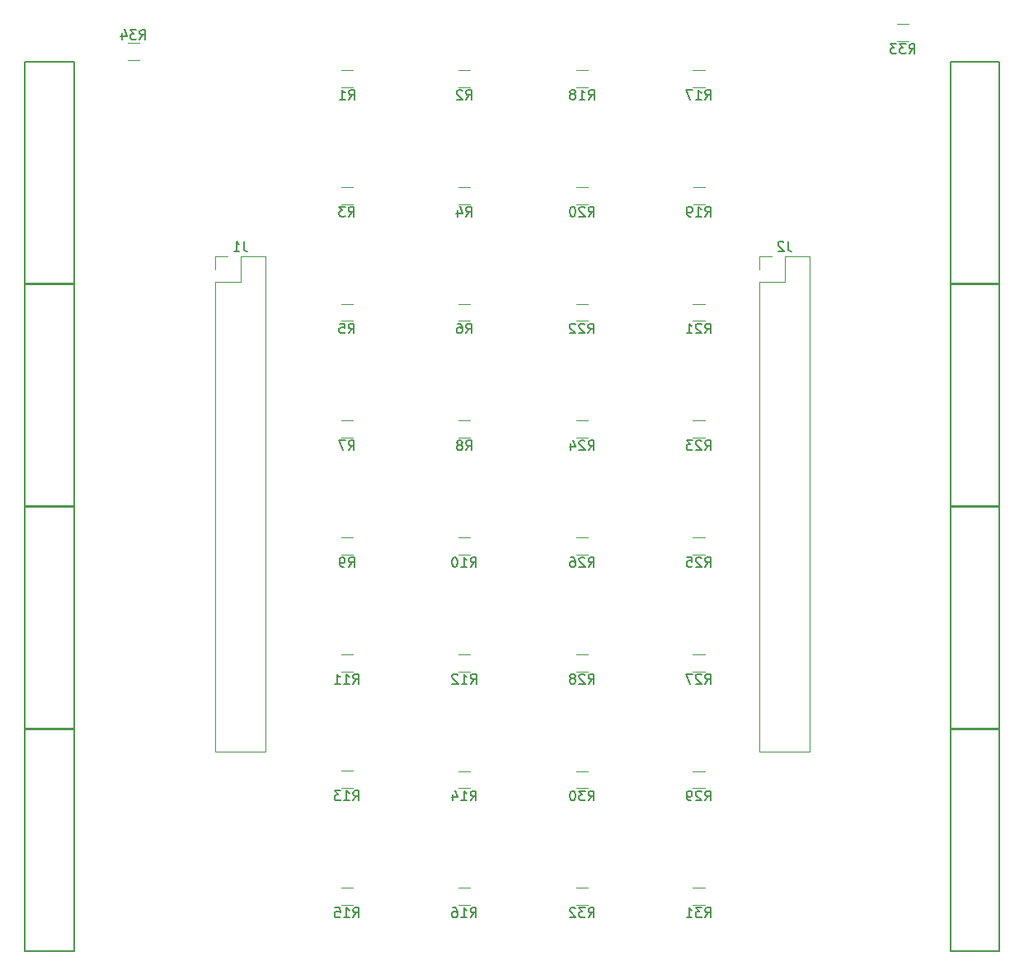
<source format=gbo>
G04 #@! TF.FileFunction,Legend,Bot*
%FSLAX46Y46*%
G04 Gerber Fmt 4.6, Leading zero omitted, Abs format (unit mm)*
G04 Created by KiCad (PCBNEW 4.0.7) date 02/16/18 20:59:03*
%MOMM*%
%LPD*%
G01*
G04 APERTURE LIST*
%ADD10C,0.100000*%
%ADD11C,0.120000*%
%ADD12C,0.150000*%
G04 APERTURE END LIST*
D10*
D11*
X165660000Y-28670000D02*
X164460000Y-28670000D01*
X164460000Y-30430000D02*
X165660000Y-30430000D01*
X177690000Y-28670000D02*
X176490000Y-28670000D01*
X176490000Y-30430000D02*
X177690000Y-30430000D01*
X165630000Y-40680000D02*
X164430000Y-40680000D01*
X164430000Y-42440000D02*
X165630000Y-42440000D01*
X177690000Y-40680000D02*
X176490000Y-40680000D01*
X176490000Y-42440000D02*
X177690000Y-42440000D01*
X165630000Y-52680000D02*
X164430000Y-52680000D01*
X164430000Y-54440000D02*
X165630000Y-54440000D01*
X177690000Y-52680000D02*
X176490000Y-52680000D01*
X176490000Y-54440000D02*
X177690000Y-54440000D01*
X165630000Y-64680000D02*
X164430000Y-64680000D01*
X164430000Y-66440000D02*
X165630000Y-66440000D01*
X177700000Y-64690000D02*
X176500000Y-64690000D01*
X176500000Y-66450000D02*
X177700000Y-66450000D01*
X165650000Y-76680000D02*
X164450000Y-76680000D01*
X164450000Y-78440000D02*
X165650000Y-78440000D01*
X177690000Y-76680000D02*
X176490000Y-76680000D01*
X176490000Y-78440000D02*
X177690000Y-78440000D01*
X165630000Y-88680000D02*
X164430000Y-88680000D01*
X164430000Y-90440000D02*
X165630000Y-90440000D01*
X177700000Y-88680000D02*
X176500000Y-88680000D01*
X176500000Y-90440000D02*
X177700000Y-90440000D01*
X165630000Y-100670000D02*
X164430000Y-100670000D01*
X164430000Y-102430000D02*
X165630000Y-102430000D01*
X177690000Y-100680000D02*
X176490000Y-100680000D01*
X176490000Y-102440000D02*
X177690000Y-102440000D01*
X165630000Y-112680000D02*
X164430000Y-112680000D01*
X164430000Y-114440000D02*
X165630000Y-114440000D01*
X177680000Y-112680000D02*
X176480000Y-112680000D01*
X176480000Y-114440000D02*
X177680000Y-114440000D01*
X201770000Y-28680000D02*
X200570000Y-28680000D01*
X200570000Y-30440000D02*
X201770000Y-30440000D01*
X189800000Y-28670000D02*
X188600000Y-28670000D01*
X188600000Y-30430000D02*
X189800000Y-30430000D01*
X201780000Y-40670000D02*
X200580000Y-40670000D01*
X200580000Y-42430000D02*
X201780000Y-42430000D01*
X189790000Y-40680000D02*
X188590000Y-40680000D01*
X188590000Y-42440000D02*
X189790000Y-42440000D01*
X201770000Y-52680000D02*
X200570000Y-52680000D01*
X200570000Y-54440000D02*
X201770000Y-54440000D01*
X189770000Y-52680000D02*
X188570000Y-52680000D01*
X188570000Y-54440000D02*
X189770000Y-54440000D01*
X201770000Y-64680000D02*
X200570000Y-64680000D01*
X200570000Y-66440000D02*
X201770000Y-66440000D01*
X189790000Y-64680000D02*
X188590000Y-64680000D01*
X188590000Y-66440000D02*
X189790000Y-66440000D01*
X201770000Y-76670000D02*
X200570000Y-76670000D01*
X200570000Y-78430000D02*
X201770000Y-78430000D01*
X189790000Y-76680000D02*
X188590000Y-76680000D01*
X188590000Y-78440000D02*
X189790000Y-78440000D01*
X201770000Y-88680000D02*
X200570000Y-88680000D01*
X200570000Y-90440000D02*
X201770000Y-90440000D01*
X189790000Y-88680000D02*
X188590000Y-88680000D01*
X188590000Y-90440000D02*
X189790000Y-90440000D01*
X201770000Y-100680000D02*
X200570000Y-100680000D01*
X200570000Y-102440000D02*
X201770000Y-102440000D01*
X189790000Y-100680000D02*
X188590000Y-100680000D01*
X188590000Y-102440000D02*
X189790000Y-102440000D01*
X201770000Y-112680000D02*
X200570000Y-112680000D01*
X200570000Y-114440000D02*
X201770000Y-114440000D01*
X189790000Y-112680000D02*
X188590000Y-112680000D01*
X188590000Y-114440000D02*
X189790000Y-114440000D01*
X151500000Y-50400000D02*
X151500000Y-98720000D01*
X151500000Y-98720000D02*
X156700000Y-98720000D01*
X156700000Y-98720000D02*
X156700000Y-47800000D01*
X156700000Y-47800000D02*
X154100000Y-47800000D01*
X154100000Y-47800000D02*
X154100000Y-50400000D01*
X154100000Y-50400000D02*
X151500000Y-50400000D01*
X151500000Y-49130000D02*
X151500000Y-47800000D01*
X151500000Y-47800000D02*
X152770000Y-47800000D01*
X207380000Y-50400000D02*
X207380000Y-98720000D01*
X207380000Y-98720000D02*
X212580000Y-98720000D01*
X212580000Y-98720000D02*
X212580000Y-47800000D01*
X212580000Y-47800000D02*
X209980000Y-47800000D01*
X209980000Y-47800000D02*
X209980000Y-50400000D01*
X209980000Y-50400000D02*
X207380000Y-50400000D01*
X207380000Y-49130000D02*
X207380000Y-47800000D01*
X207380000Y-47800000D02*
X208650000Y-47800000D01*
D12*
X131990000Y-29180000D02*
X131990000Y-27780000D01*
X136990000Y-49180000D02*
X136990000Y-50580000D01*
X136990000Y-50580000D02*
X131990000Y-50580000D01*
X131990000Y-50580000D02*
X131990000Y-48780000D01*
X136990000Y-27780000D02*
X131990000Y-27780000D01*
X136990000Y-27780000D02*
X136990000Y-49180000D01*
X131990000Y-29154600D02*
X131990000Y-48154600D01*
X131990000Y-48154600D02*
X131990000Y-49154600D01*
X131990000Y-52040000D02*
X131990000Y-50640000D01*
X136990000Y-72040000D02*
X136990000Y-73440000D01*
X136990000Y-73440000D02*
X131990000Y-73440000D01*
X131990000Y-73440000D02*
X131990000Y-71640000D01*
X136990000Y-50640000D02*
X131990000Y-50640000D01*
X136990000Y-50640000D02*
X136990000Y-72040000D01*
X131990000Y-52014600D02*
X131990000Y-71014600D01*
X131990000Y-71014600D02*
X131990000Y-72014600D01*
X131990000Y-74900000D02*
X131990000Y-73500000D01*
X136990000Y-94900000D02*
X136990000Y-96300000D01*
X136990000Y-96300000D02*
X131990000Y-96300000D01*
X131990000Y-96300000D02*
X131990000Y-94500000D01*
X136990000Y-73500000D02*
X131990000Y-73500000D01*
X136990000Y-73500000D02*
X136990000Y-94900000D01*
X131990000Y-74874600D02*
X131990000Y-93874600D01*
X131990000Y-93874600D02*
X131990000Y-94874600D01*
X131990000Y-97760000D02*
X131990000Y-96360000D01*
X136990000Y-117760000D02*
X136990000Y-119160000D01*
X136990000Y-119160000D02*
X131990000Y-119160000D01*
X131990000Y-119160000D02*
X131990000Y-117360000D01*
X136990000Y-96360000D02*
X131990000Y-96360000D01*
X136990000Y-96360000D02*
X136990000Y-117760000D01*
X131990000Y-97734600D02*
X131990000Y-116734600D01*
X131990000Y-116734600D02*
X131990000Y-117734600D01*
X232030000Y-49190000D02*
X232030000Y-50590000D01*
X227030000Y-29190000D02*
X227030000Y-27790000D01*
X227030000Y-27790000D02*
X232030000Y-27790000D01*
X232030000Y-27790000D02*
X232030000Y-29590000D01*
X227030000Y-50590000D02*
X232030000Y-50590000D01*
X227030000Y-50590000D02*
X227030000Y-29190000D01*
X232030000Y-49215400D02*
X232030000Y-30215400D01*
X232030000Y-30215400D02*
X232030000Y-29215400D01*
X232030000Y-72050000D02*
X232030000Y-73450000D01*
X227030000Y-52050000D02*
X227030000Y-50650000D01*
X227030000Y-50650000D02*
X232030000Y-50650000D01*
X232030000Y-50650000D02*
X232030000Y-52450000D01*
X227030000Y-73450000D02*
X232030000Y-73450000D01*
X227030000Y-73450000D02*
X227030000Y-52050000D01*
X232030000Y-72075400D02*
X232030000Y-53075400D01*
X232030000Y-53075400D02*
X232030000Y-52075400D01*
X232030000Y-94910000D02*
X232030000Y-96310000D01*
X227030000Y-74910000D02*
X227030000Y-73510000D01*
X227030000Y-73510000D02*
X232030000Y-73510000D01*
X232030000Y-73510000D02*
X232030000Y-75310000D01*
X227030000Y-96310000D02*
X232030000Y-96310000D01*
X227030000Y-96310000D02*
X227030000Y-74910000D01*
X232030000Y-94935400D02*
X232030000Y-75935400D01*
X232030000Y-75935400D02*
X232030000Y-74935400D01*
X232030000Y-117770000D02*
X232030000Y-119170000D01*
X227030000Y-97770000D02*
X227030000Y-96370000D01*
X227030000Y-96370000D02*
X232030000Y-96370000D01*
X232030000Y-96370000D02*
X232030000Y-98170000D01*
X227030000Y-119170000D02*
X232030000Y-119170000D01*
X227030000Y-119170000D02*
X227030000Y-97770000D01*
X232030000Y-117795400D02*
X232030000Y-98795400D01*
X232030000Y-98795400D02*
X232030000Y-97795400D01*
D11*
X222720000Y-23930000D02*
X221520000Y-23930000D01*
X221520000Y-25690000D02*
X222720000Y-25690000D01*
X142510000Y-27650000D02*
X143710000Y-27650000D01*
X143710000Y-25890000D02*
X142510000Y-25890000D01*
D12*
X165226666Y-31702381D02*
X165560000Y-31226190D01*
X165798095Y-31702381D02*
X165798095Y-30702381D01*
X165417142Y-30702381D01*
X165321904Y-30750000D01*
X165274285Y-30797619D01*
X165226666Y-30892857D01*
X165226666Y-31035714D01*
X165274285Y-31130952D01*
X165321904Y-31178571D01*
X165417142Y-31226190D01*
X165798095Y-31226190D01*
X164274285Y-31702381D02*
X164845714Y-31702381D01*
X164560000Y-31702381D02*
X164560000Y-30702381D01*
X164655238Y-30845238D01*
X164750476Y-30940476D01*
X164845714Y-30988095D01*
X177256666Y-31702381D02*
X177590000Y-31226190D01*
X177828095Y-31702381D02*
X177828095Y-30702381D01*
X177447142Y-30702381D01*
X177351904Y-30750000D01*
X177304285Y-30797619D01*
X177256666Y-30892857D01*
X177256666Y-31035714D01*
X177304285Y-31130952D01*
X177351904Y-31178571D01*
X177447142Y-31226190D01*
X177828095Y-31226190D01*
X176875714Y-30797619D02*
X176828095Y-30750000D01*
X176732857Y-30702381D01*
X176494761Y-30702381D01*
X176399523Y-30750000D01*
X176351904Y-30797619D01*
X176304285Y-30892857D01*
X176304285Y-30988095D01*
X176351904Y-31130952D01*
X176923333Y-31702381D01*
X176304285Y-31702381D01*
X165196666Y-43712381D02*
X165530000Y-43236190D01*
X165768095Y-43712381D02*
X165768095Y-42712381D01*
X165387142Y-42712381D01*
X165291904Y-42760000D01*
X165244285Y-42807619D01*
X165196666Y-42902857D01*
X165196666Y-43045714D01*
X165244285Y-43140952D01*
X165291904Y-43188571D01*
X165387142Y-43236190D01*
X165768095Y-43236190D01*
X164863333Y-42712381D02*
X164244285Y-42712381D01*
X164577619Y-43093333D01*
X164434761Y-43093333D01*
X164339523Y-43140952D01*
X164291904Y-43188571D01*
X164244285Y-43283810D01*
X164244285Y-43521905D01*
X164291904Y-43617143D01*
X164339523Y-43664762D01*
X164434761Y-43712381D01*
X164720476Y-43712381D01*
X164815714Y-43664762D01*
X164863333Y-43617143D01*
X177256666Y-43712381D02*
X177590000Y-43236190D01*
X177828095Y-43712381D02*
X177828095Y-42712381D01*
X177447142Y-42712381D01*
X177351904Y-42760000D01*
X177304285Y-42807619D01*
X177256666Y-42902857D01*
X177256666Y-43045714D01*
X177304285Y-43140952D01*
X177351904Y-43188571D01*
X177447142Y-43236190D01*
X177828095Y-43236190D01*
X176399523Y-43045714D02*
X176399523Y-43712381D01*
X176637619Y-42664762D02*
X176875714Y-43379048D01*
X176256666Y-43379048D01*
X165196666Y-55712381D02*
X165530000Y-55236190D01*
X165768095Y-55712381D02*
X165768095Y-54712381D01*
X165387142Y-54712381D01*
X165291904Y-54760000D01*
X165244285Y-54807619D01*
X165196666Y-54902857D01*
X165196666Y-55045714D01*
X165244285Y-55140952D01*
X165291904Y-55188571D01*
X165387142Y-55236190D01*
X165768095Y-55236190D01*
X164291904Y-54712381D02*
X164768095Y-54712381D01*
X164815714Y-55188571D01*
X164768095Y-55140952D01*
X164672857Y-55093333D01*
X164434761Y-55093333D01*
X164339523Y-55140952D01*
X164291904Y-55188571D01*
X164244285Y-55283810D01*
X164244285Y-55521905D01*
X164291904Y-55617143D01*
X164339523Y-55664762D01*
X164434761Y-55712381D01*
X164672857Y-55712381D01*
X164768095Y-55664762D01*
X164815714Y-55617143D01*
X177256666Y-55712381D02*
X177590000Y-55236190D01*
X177828095Y-55712381D02*
X177828095Y-54712381D01*
X177447142Y-54712381D01*
X177351904Y-54760000D01*
X177304285Y-54807619D01*
X177256666Y-54902857D01*
X177256666Y-55045714D01*
X177304285Y-55140952D01*
X177351904Y-55188571D01*
X177447142Y-55236190D01*
X177828095Y-55236190D01*
X176399523Y-54712381D02*
X176590000Y-54712381D01*
X176685238Y-54760000D01*
X176732857Y-54807619D01*
X176828095Y-54950476D01*
X176875714Y-55140952D01*
X176875714Y-55521905D01*
X176828095Y-55617143D01*
X176780476Y-55664762D01*
X176685238Y-55712381D01*
X176494761Y-55712381D01*
X176399523Y-55664762D01*
X176351904Y-55617143D01*
X176304285Y-55521905D01*
X176304285Y-55283810D01*
X176351904Y-55188571D01*
X176399523Y-55140952D01*
X176494761Y-55093333D01*
X176685238Y-55093333D01*
X176780476Y-55140952D01*
X176828095Y-55188571D01*
X176875714Y-55283810D01*
X165196666Y-67712381D02*
X165530000Y-67236190D01*
X165768095Y-67712381D02*
X165768095Y-66712381D01*
X165387142Y-66712381D01*
X165291904Y-66760000D01*
X165244285Y-66807619D01*
X165196666Y-66902857D01*
X165196666Y-67045714D01*
X165244285Y-67140952D01*
X165291904Y-67188571D01*
X165387142Y-67236190D01*
X165768095Y-67236190D01*
X164863333Y-66712381D02*
X164196666Y-66712381D01*
X164625238Y-67712381D01*
X177266666Y-67722381D02*
X177600000Y-67246190D01*
X177838095Y-67722381D02*
X177838095Y-66722381D01*
X177457142Y-66722381D01*
X177361904Y-66770000D01*
X177314285Y-66817619D01*
X177266666Y-66912857D01*
X177266666Y-67055714D01*
X177314285Y-67150952D01*
X177361904Y-67198571D01*
X177457142Y-67246190D01*
X177838095Y-67246190D01*
X176695238Y-67150952D02*
X176790476Y-67103333D01*
X176838095Y-67055714D01*
X176885714Y-66960476D01*
X176885714Y-66912857D01*
X176838095Y-66817619D01*
X176790476Y-66770000D01*
X176695238Y-66722381D01*
X176504761Y-66722381D01*
X176409523Y-66770000D01*
X176361904Y-66817619D01*
X176314285Y-66912857D01*
X176314285Y-66960476D01*
X176361904Y-67055714D01*
X176409523Y-67103333D01*
X176504761Y-67150952D01*
X176695238Y-67150952D01*
X176790476Y-67198571D01*
X176838095Y-67246190D01*
X176885714Y-67341429D01*
X176885714Y-67531905D01*
X176838095Y-67627143D01*
X176790476Y-67674762D01*
X176695238Y-67722381D01*
X176504761Y-67722381D01*
X176409523Y-67674762D01*
X176361904Y-67627143D01*
X176314285Y-67531905D01*
X176314285Y-67341429D01*
X176361904Y-67246190D01*
X176409523Y-67198571D01*
X176504761Y-67150952D01*
X165216666Y-79712381D02*
X165550000Y-79236190D01*
X165788095Y-79712381D02*
X165788095Y-78712381D01*
X165407142Y-78712381D01*
X165311904Y-78760000D01*
X165264285Y-78807619D01*
X165216666Y-78902857D01*
X165216666Y-79045714D01*
X165264285Y-79140952D01*
X165311904Y-79188571D01*
X165407142Y-79236190D01*
X165788095Y-79236190D01*
X164740476Y-79712381D02*
X164550000Y-79712381D01*
X164454761Y-79664762D01*
X164407142Y-79617143D01*
X164311904Y-79474286D01*
X164264285Y-79283810D01*
X164264285Y-78902857D01*
X164311904Y-78807619D01*
X164359523Y-78760000D01*
X164454761Y-78712381D01*
X164645238Y-78712381D01*
X164740476Y-78760000D01*
X164788095Y-78807619D01*
X164835714Y-78902857D01*
X164835714Y-79140952D01*
X164788095Y-79236190D01*
X164740476Y-79283810D01*
X164645238Y-79331429D01*
X164454761Y-79331429D01*
X164359523Y-79283810D01*
X164311904Y-79236190D01*
X164264285Y-79140952D01*
X177732857Y-79712381D02*
X178066191Y-79236190D01*
X178304286Y-79712381D02*
X178304286Y-78712381D01*
X177923333Y-78712381D01*
X177828095Y-78760000D01*
X177780476Y-78807619D01*
X177732857Y-78902857D01*
X177732857Y-79045714D01*
X177780476Y-79140952D01*
X177828095Y-79188571D01*
X177923333Y-79236190D01*
X178304286Y-79236190D01*
X176780476Y-79712381D02*
X177351905Y-79712381D01*
X177066191Y-79712381D02*
X177066191Y-78712381D01*
X177161429Y-78855238D01*
X177256667Y-78950476D01*
X177351905Y-78998095D01*
X176161429Y-78712381D02*
X176066190Y-78712381D01*
X175970952Y-78760000D01*
X175923333Y-78807619D01*
X175875714Y-78902857D01*
X175828095Y-79093333D01*
X175828095Y-79331429D01*
X175875714Y-79521905D01*
X175923333Y-79617143D01*
X175970952Y-79664762D01*
X176066190Y-79712381D01*
X176161429Y-79712381D01*
X176256667Y-79664762D01*
X176304286Y-79617143D01*
X176351905Y-79521905D01*
X176399524Y-79331429D01*
X176399524Y-79093333D01*
X176351905Y-78902857D01*
X176304286Y-78807619D01*
X176256667Y-78760000D01*
X176161429Y-78712381D01*
X165672857Y-91712381D02*
X166006191Y-91236190D01*
X166244286Y-91712381D02*
X166244286Y-90712381D01*
X165863333Y-90712381D01*
X165768095Y-90760000D01*
X165720476Y-90807619D01*
X165672857Y-90902857D01*
X165672857Y-91045714D01*
X165720476Y-91140952D01*
X165768095Y-91188571D01*
X165863333Y-91236190D01*
X166244286Y-91236190D01*
X164720476Y-91712381D02*
X165291905Y-91712381D01*
X165006191Y-91712381D02*
X165006191Y-90712381D01*
X165101429Y-90855238D01*
X165196667Y-90950476D01*
X165291905Y-90998095D01*
X163768095Y-91712381D02*
X164339524Y-91712381D01*
X164053810Y-91712381D02*
X164053810Y-90712381D01*
X164149048Y-90855238D01*
X164244286Y-90950476D01*
X164339524Y-90998095D01*
X177742857Y-91712381D02*
X178076191Y-91236190D01*
X178314286Y-91712381D02*
X178314286Y-90712381D01*
X177933333Y-90712381D01*
X177838095Y-90760000D01*
X177790476Y-90807619D01*
X177742857Y-90902857D01*
X177742857Y-91045714D01*
X177790476Y-91140952D01*
X177838095Y-91188571D01*
X177933333Y-91236190D01*
X178314286Y-91236190D01*
X176790476Y-91712381D02*
X177361905Y-91712381D01*
X177076191Y-91712381D02*
X177076191Y-90712381D01*
X177171429Y-90855238D01*
X177266667Y-90950476D01*
X177361905Y-90998095D01*
X176409524Y-90807619D02*
X176361905Y-90760000D01*
X176266667Y-90712381D01*
X176028571Y-90712381D01*
X175933333Y-90760000D01*
X175885714Y-90807619D01*
X175838095Y-90902857D01*
X175838095Y-90998095D01*
X175885714Y-91140952D01*
X176457143Y-91712381D01*
X175838095Y-91712381D01*
X165672857Y-103702381D02*
X166006191Y-103226190D01*
X166244286Y-103702381D02*
X166244286Y-102702381D01*
X165863333Y-102702381D01*
X165768095Y-102750000D01*
X165720476Y-102797619D01*
X165672857Y-102892857D01*
X165672857Y-103035714D01*
X165720476Y-103130952D01*
X165768095Y-103178571D01*
X165863333Y-103226190D01*
X166244286Y-103226190D01*
X164720476Y-103702381D02*
X165291905Y-103702381D01*
X165006191Y-103702381D02*
X165006191Y-102702381D01*
X165101429Y-102845238D01*
X165196667Y-102940476D01*
X165291905Y-102988095D01*
X164387143Y-102702381D02*
X163768095Y-102702381D01*
X164101429Y-103083333D01*
X163958571Y-103083333D01*
X163863333Y-103130952D01*
X163815714Y-103178571D01*
X163768095Y-103273810D01*
X163768095Y-103511905D01*
X163815714Y-103607143D01*
X163863333Y-103654762D01*
X163958571Y-103702381D01*
X164244286Y-103702381D01*
X164339524Y-103654762D01*
X164387143Y-103607143D01*
X177732857Y-103712381D02*
X178066191Y-103236190D01*
X178304286Y-103712381D02*
X178304286Y-102712381D01*
X177923333Y-102712381D01*
X177828095Y-102760000D01*
X177780476Y-102807619D01*
X177732857Y-102902857D01*
X177732857Y-103045714D01*
X177780476Y-103140952D01*
X177828095Y-103188571D01*
X177923333Y-103236190D01*
X178304286Y-103236190D01*
X176780476Y-103712381D02*
X177351905Y-103712381D01*
X177066191Y-103712381D02*
X177066191Y-102712381D01*
X177161429Y-102855238D01*
X177256667Y-102950476D01*
X177351905Y-102998095D01*
X175923333Y-103045714D02*
X175923333Y-103712381D01*
X176161429Y-102664762D02*
X176399524Y-103379048D01*
X175780476Y-103379048D01*
X165672857Y-115712381D02*
X166006191Y-115236190D01*
X166244286Y-115712381D02*
X166244286Y-114712381D01*
X165863333Y-114712381D01*
X165768095Y-114760000D01*
X165720476Y-114807619D01*
X165672857Y-114902857D01*
X165672857Y-115045714D01*
X165720476Y-115140952D01*
X165768095Y-115188571D01*
X165863333Y-115236190D01*
X166244286Y-115236190D01*
X164720476Y-115712381D02*
X165291905Y-115712381D01*
X165006191Y-115712381D02*
X165006191Y-114712381D01*
X165101429Y-114855238D01*
X165196667Y-114950476D01*
X165291905Y-114998095D01*
X163815714Y-114712381D02*
X164291905Y-114712381D01*
X164339524Y-115188571D01*
X164291905Y-115140952D01*
X164196667Y-115093333D01*
X163958571Y-115093333D01*
X163863333Y-115140952D01*
X163815714Y-115188571D01*
X163768095Y-115283810D01*
X163768095Y-115521905D01*
X163815714Y-115617143D01*
X163863333Y-115664762D01*
X163958571Y-115712381D01*
X164196667Y-115712381D01*
X164291905Y-115664762D01*
X164339524Y-115617143D01*
X177722857Y-115712381D02*
X178056191Y-115236190D01*
X178294286Y-115712381D02*
X178294286Y-114712381D01*
X177913333Y-114712381D01*
X177818095Y-114760000D01*
X177770476Y-114807619D01*
X177722857Y-114902857D01*
X177722857Y-115045714D01*
X177770476Y-115140952D01*
X177818095Y-115188571D01*
X177913333Y-115236190D01*
X178294286Y-115236190D01*
X176770476Y-115712381D02*
X177341905Y-115712381D01*
X177056191Y-115712381D02*
X177056191Y-114712381D01*
X177151429Y-114855238D01*
X177246667Y-114950476D01*
X177341905Y-114998095D01*
X175913333Y-114712381D02*
X176103810Y-114712381D01*
X176199048Y-114760000D01*
X176246667Y-114807619D01*
X176341905Y-114950476D01*
X176389524Y-115140952D01*
X176389524Y-115521905D01*
X176341905Y-115617143D01*
X176294286Y-115664762D01*
X176199048Y-115712381D01*
X176008571Y-115712381D01*
X175913333Y-115664762D01*
X175865714Y-115617143D01*
X175818095Y-115521905D01*
X175818095Y-115283810D01*
X175865714Y-115188571D01*
X175913333Y-115140952D01*
X176008571Y-115093333D01*
X176199048Y-115093333D01*
X176294286Y-115140952D01*
X176341905Y-115188571D01*
X176389524Y-115283810D01*
X201812857Y-31712381D02*
X202146191Y-31236190D01*
X202384286Y-31712381D02*
X202384286Y-30712381D01*
X202003333Y-30712381D01*
X201908095Y-30760000D01*
X201860476Y-30807619D01*
X201812857Y-30902857D01*
X201812857Y-31045714D01*
X201860476Y-31140952D01*
X201908095Y-31188571D01*
X202003333Y-31236190D01*
X202384286Y-31236190D01*
X200860476Y-31712381D02*
X201431905Y-31712381D01*
X201146191Y-31712381D02*
X201146191Y-30712381D01*
X201241429Y-30855238D01*
X201336667Y-30950476D01*
X201431905Y-30998095D01*
X200527143Y-30712381D02*
X199860476Y-30712381D01*
X200289048Y-31712381D01*
X189842857Y-31702381D02*
X190176191Y-31226190D01*
X190414286Y-31702381D02*
X190414286Y-30702381D01*
X190033333Y-30702381D01*
X189938095Y-30750000D01*
X189890476Y-30797619D01*
X189842857Y-30892857D01*
X189842857Y-31035714D01*
X189890476Y-31130952D01*
X189938095Y-31178571D01*
X190033333Y-31226190D01*
X190414286Y-31226190D01*
X188890476Y-31702381D02*
X189461905Y-31702381D01*
X189176191Y-31702381D02*
X189176191Y-30702381D01*
X189271429Y-30845238D01*
X189366667Y-30940476D01*
X189461905Y-30988095D01*
X188319048Y-31130952D02*
X188414286Y-31083333D01*
X188461905Y-31035714D01*
X188509524Y-30940476D01*
X188509524Y-30892857D01*
X188461905Y-30797619D01*
X188414286Y-30750000D01*
X188319048Y-30702381D01*
X188128571Y-30702381D01*
X188033333Y-30750000D01*
X187985714Y-30797619D01*
X187938095Y-30892857D01*
X187938095Y-30940476D01*
X187985714Y-31035714D01*
X188033333Y-31083333D01*
X188128571Y-31130952D01*
X188319048Y-31130952D01*
X188414286Y-31178571D01*
X188461905Y-31226190D01*
X188509524Y-31321429D01*
X188509524Y-31511905D01*
X188461905Y-31607143D01*
X188414286Y-31654762D01*
X188319048Y-31702381D01*
X188128571Y-31702381D01*
X188033333Y-31654762D01*
X187985714Y-31607143D01*
X187938095Y-31511905D01*
X187938095Y-31321429D01*
X187985714Y-31226190D01*
X188033333Y-31178571D01*
X188128571Y-31130952D01*
X201822857Y-43702381D02*
X202156191Y-43226190D01*
X202394286Y-43702381D02*
X202394286Y-42702381D01*
X202013333Y-42702381D01*
X201918095Y-42750000D01*
X201870476Y-42797619D01*
X201822857Y-42892857D01*
X201822857Y-43035714D01*
X201870476Y-43130952D01*
X201918095Y-43178571D01*
X202013333Y-43226190D01*
X202394286Y-43226190D01*
X200870476Y-43702381D02*
X201441905Y-43702381D01*
X201156191Y-43702381D02*
X201156191Y-42702381D01*
X201251429Y-42845238D01*
X201346667Y-42940476D01*
X201441905Y-42988095D01*
X200394286Y-43702381D02*
X200203810Y-43702381D01*
X200108571Y-43654762D01*
X200060952Y-43607143D01*
X199965714Y-43464286D01*
X199918095Y-43273810D01*
X199918095Y-42892857D01*
X199965714Y-42797619D01*
X200013333Y-42750000D01*
X200108571Y-42702381D01*
X200299048Y-42702381D01*
X200394286Y-42750000D01*
X200441905Y-42797619D01*
X200489524Y-42892857D01*
X200489524Y-43130952D01*
X200441905Y-43226190D01*
X200394286Y-43273810D01*
X200299048Y-43321429D01*
X200108571Y-43321429D01*
X200013333Y-43273810D01*
X199965714Y-43226190D01*
X199918095Y-43130952D01*
X189832857Y-43712381D02*
X190166191Y-43236190D01*
X190404286Y-43712381D02*
X190404286Y-42712381D01*
X190023333Y-42712381D01*
X189928095Y-42760000D01*
X189880476Y-42807619D01*
X189832857Y-42902857D01*
X189832857Y-43045714D01*
X189880476Y-43140952D01*
X189928095Y-43188571D01*
X190023333Y-43236190D01*
X190404286Y-43236190D01*
X189451905Y-42807619D02*
X189404286Y-42760000D01*
X189309048Y-42712381D01*
X189070952Y-42712381D01*
X188975714Y-42760000D01*
X188928095Y-42807619D01*
X188880476Y-42902857D01*
X188880476Y-42998095D01*
X188928095Y-43140952D01*
X189499524Y-43712381D01*
X188880476Y-43712381D01*
X188261429Y-42712381D02*
X188166190Y-42712381D01*
X188070952Y-42760000D01*
X188023333Y-42807619D01*
X187975714Y-42902857D01*
X187928095Y-43093333D01*
X187928095Y-43331429D01*
X187975714Y-43521905D01*
X188023333Y-43617143D01*
X188070952Y-43664762D01*
X188166190Y-43712381D01*
X188261429Y-43712381D01*
X188356667Y-43664762D01*
X188404286Y-43617143D01*
X188451905Y-43521905D01*
X188499524Y-43331429D01*
X188499524Y-43093333D01*
X188451905Y-42902857D01*
X188404286Y-42807619D01*
X188356667Y-42760000D01*
X188261429Y-42712381D01*
X201812857Y-55712381D02*
X202146191Y-55236190D01*
X202384286Y-55712381D02*
X202384286Y-54712381D01*
X202003333Y-54712381D01*
X201908095Y-54760000D01*
X201860476Y-54807619D01*
X201812857Y-54902857D01*
X201812857Y-55045714D01*
X201860476Y-55140952D01*
X201908095Y-55188571D01*
X202003333Y-55236190D01*
X202384286Y-55236190D01*
X201431905Y-54807619D02*
X201384286Y-54760000D01*
X201289048Y-54712381D01*
X201050952Y-54712381D01*
X200955714Y-54760000D01*
X200908095Y-54807619D01*
X200860476Y-54902857D01*
X200860476Y-54998095D01*
X200908095Y-55140952D01*
X201479524Y-55712381D01*
X200860476Y-55712381D01*
X199908095Y-55712381D02*
X200479524Y-55712381D01*
X200193810Y-55712381D02*
X200193810Y-54712381D01*
X200289048Y-54855238D01*
X200384286Y-54950476D01*
X200479524Y-54998095D01*
X189812857Y-55712381D02*
X190146191Y-55236190D01*
X190384286Y-55712381D02*
X190384286Y-54712381D01*
X190003333Y-54712381D01*
X189908095Y-54760000D01*
X189860476Y-54807619D01*
X189812857Y-54902857D01*
X189812857Y-55045714D01*
X189860476Y-55140952D01*
X189908095Y-55188571D01*
X190003333Y-55236190D01*
X190384286Y-55236190D01*
X189431905Y-54807619D02*
X189384286Y-54760000D01*
X189289048Y-54712381D01*
X189050952Y-54712381D01*
X188955714Y-54760000D01*
X188908095Y-54807619D01*
X188860476Y-54902857D01*
X188860476Y-54998095D01*
X188908095Y-55140952D01*
X189479524Y-55712381D01*
X188860476Y-55712381D01*
X188479524Y-54807619D02*
X188431905Y-54760000D01*
X188336667Y-54712381D01*
X188098571Y-54712381D01*
X188003333Y-54760000D01*
X187955714Y-54807619D01*
X187908095Y-54902857D01*
X187908095Y-54998095D01*
X187955714Y-55140952D01*
X188527143Y-55712381D01*
X187908095Y-55712381D01*
X201812857Y-67712381D02*
X202146191Y-67236190D01*
X202384286Y-67712381D02*
X202384286Y-66712381D01*
X202003333Y-66712381D01*
X201908095Y-66760000D01*
X201860476Y-66807619D01*
X201812857Y-66902857D01*
X201812857Y-67045714D01*
X201860476Y-67140952D01*
X201908095Y-67188571D01*
X202003333Y-67236190D01*
X202384286Y-67236190D01*
X201431905Y-66807619D02*
X201384286Y-66760000D01*
X201289048Y-66712381D01*
X201050952Y-66712381D01*
X200955714Y-66760000D01*
X200908095Y-66807619D01*
X200860476Y-66902857D01*
X200860476Y-66998095D01*
X200908095Y-67140952D01*
X201479524Y-67712381D01*
X200860476Y-67712381D01*
X200527143Y-66712381D02*
X199908095Y-66712381D01*
X200241429Y-67093333D01*
X200098571Y-67093333D01*
X200003333Y-67140952D01*
X199955714Y-67188571D01*
X199908095Y-67283810D01*
X199908095Y-67521905D01*
X199955714Y-67617143D01*
X200003333Y-67664762D01*
X200098571Y-67712381D01*
X200384286Y-67712381D01*
X200479524Y-67664762D01*
X200527143Y-67617143D01*
X189832857Y-67712381D02*
X190166191Y-67236190D01*
X190404286Y-67712381D02*
X190404286Y-66712381D01*
X190023333Y-66712381D01*
X189928095Y-66760000D01*
X189880476Y-66807619D01*
X189832857Y-66902857D01*
X189832857Y-67045714D01*
X189880476Y-67140952D01*
X189928095Y-67188571D01*
X190023333Y-67236190D01*
X190404286Y-67236190D01*
X189451905Y-66807619D02*
X189404286Y-66760000D01*
X189309048Y-66712381D01*
X189070952Y-66712381D01*
X188975714Y-66760000D01*
X188928095Y-66807619D01*
X188880476Y-66902857D01*
X188880476Y-66998095D01*
X188928095Y-67140952D01*
X189499524Y-67712381D01*
X188880476Y-67712381D01*
X188023333Y-67045714D02*
X188023333Y-67712381D01*
X188261429Y-66664762D02*
X188499524Y-67379048D01*
X187880476Y-67379048D01*
X201812857Y-79702381D02*
X202146191Y-79226190D01*
X202384286Y-79702381D02*
X202384286Y-78702381D01*
X202003333Y-78702381D01*
X201908095Y-78750000D01*
X201860476Y-78797619D01*
X201812857Y-78892857D01*
X201812857Y-79035714D01*
X201860476Y-79130952D01*
X201908095Y-79178571D01*
X202003333Y-79226190D01*
X202384286Y-79226190D01*
X201431905Y-78797619D02*
X201384286Y-78750000D01*
X201289048Y-78702381D01*
X201050952Y-78702381D01*
X200955714Y-78750000D01*
X200908095Y-78797619D01*
X200860476Y-78892857D01*
X200860476Y-78988095D01*
X200908095Y-79130952D01*
X201479524Y-79702381D01*
X200860476Y-79702381D01*
X199955714Y-78702381D02*
X200431905Y-78702381D01*
X200479524Y-79178571D01*
X200431905Y-79130952D01*
X200336667Y-79083333D01*
X200098571Y-79083333D01*
X200003333Y-79130952D01*
X199955714Y-79178571D01*
X199908095Y-79273810D01*
X199908095Y-79511905D01*
X199955714Y-79607143D01*
X200003333Y-79654762D01*
X200098571Y-79702381D01*
X200336667Y-79702381D01*
X200431905Y-79654762D01*
X200479524Y-79607143D01*
X189832857Y-79712381D02*
X190166191Y-79236190D01*
X190404286Y-79712381D02*
X190404286Y-78712381D01*
X190023333Y-78712381D01*
X189928095Y-78760000D01*
X189880476Y-78807619D01*
X189832857Y-78902857D01*
X189832857Y-79045714D01*
X189880476Y-79140952D01*
X189928095Y-79188571D01*
X190023333Y-79236190D01*
X190404286Y-79236190D01*
X189451905Y-78807619D02*
X189404286Y-78760000D01*
X189309048Y-78712381D01*
X189070952Y-78712381D01*
X188975714Y-78760000D01*
X188928095Y-78807619D01*
X188880476Y-78902857D01*
X188880476Y-78998095D01*
X188928095Y-79140952D01*
X189499524Y-79712381D01*
X188880476Y-79712381D01*
X188023333Y-78712381D02*
X188213810Y-78712381D01*
X188309048Y-78760000D01*
X188356667Y-78807619D01*
X188451905Y-78950476D01*
X188499524Y-79140952D01*
X188499524Y-79521905D01*
X188451905Y-79617143D01*
X188404286Y-79664762D01*
X188309048Y-79712381D01*
X188118571Y-79712381D01*
X188023333Y-79664762D01*
X187975714Y-79617143D01*
X187928095Y-79521905D01*
X187928095Y-79283810D01*
X187975714Y-79188571D01*
X188023333Y-79140952D01*
X188118571Y-79093333D01*
X188309048Y-79093333D01*
X188404286Y-79140952D01*
X188451905Y-79188571D01*
X188499524Y-79283810D01*
X201812857Y-91712381D02*
X202146191Y-91236190D01*
X202384286Y-91712381D02*
X202384286Y-90712381D01*
X202003333Y-90712381D01*
X201908095Y-90760000D01*
X201860476Y-90807619D01*
X201812857Y-90902857D01*
X201812857Y-91045714D01*
X201860476Y-91140952D01*
X201908095Y-91188571D01*
X202003333Y-91236190D01*
X202384286Y-91236190D01*
X201431905Y-90807619D02*
X201384286Y-90760000D01*
X201289048Y-90712381D01*
X201050952Y-90712381D01*
X200955714Y-90760000D01*
X200908095Y-90807619D01*
X200860476Y-90902857D01*
X200860476Y-90998095D01*
X200908095Y-91140952D01*
X201479524Y-91712381D01*
X200860476Y-91712381D01*
X200527143Y-90712381D02*
X199860476Y-90712381D01*
X200289048Y-91712381D01*
X189832857Y-91712381D02*
X190166191Y-91236190D01*
X190404286Y-91712381D02*
X190404286Y-90712381D01*
X190023333Y-90712381D01*
X189928095Y-90760000D01*
X189880476Y-90807619D01*
X189832857Y-90902857D01*
X189832857Y-91045714D01*
X189880476Y-91140952D01*
X189928095Y-91188571D01*
X190023333Y-91236190D01*
X190404286Y-91236190D01*
X189451905Y-90807619D02*
X189404286Y-90760000D01*
X189309048Y-90712381D01*
X189070952Y-90712381D01*
X188975714Y-90760000D01*
X188928095Y-90807619D01*
X188880476Y-90902857D01*
X188880476Y-90998095D01*
X188928095Y-91140952D01*
X189499524Y-91712381D01*
X188880476Y-91712381D01*
X188309048Y-91140952D02*
X188404286Y-91093333D01*
X188451905Y-91045714D01*
X188499524Y-90950476D01*
X188499524Y-90902857D01*
X188451905Y-90807619D01*
X188404286Y-90760000D01*
X188309048Y-90712381D01*
X188118571Y-90712381D01*
X188023333Y-90760000D01*
X187975714Y-90807619D01*
X187928095Y-90902857D01*
X187928095Y-90950476D01*
X187975714Y-91045714D01*
X188023333Y-91093333D01*
X188118571Y-91140952D01*
X188309048Y-91140952D01*
X188404286Y-91188571D01*
X188451905Y-91236190D01*
X188499524Y-91331429D01*
X188499524Y-91521905D01*
X188451905Y-91617143D01*
X188404286Y-91664762D01*
X188309048Y-91712381D01*
X188118571Y-91712381D01*
X188023333Y-91664762D01*
X187975714Y-91617143D01*
X187928095Y-91521905D01*
X187928095Y-91331429D01*
X187975714Y-91236190D01*
X188023333Y-91188571D01*
X188118571Y-91140952D01*
X201812857Y-103712381D02*
X202146191Y-103236190D01*
X202384286Y-103712381D02*
X202384286Y-102712381D01*
X202003333Y-102712381D01*
X201908095Y-102760000D01*
X201860476Y-102807619D01*
X201812857Y-102902857D01*
X201812857Y-103045714D01*
X201860476Y-103140952D01*
X201908095Y-103188571D01*
X202003333Y-103236190D01*
X202384286Y-103236190D01*
X201431905Y-102807619D02*
X201384286Y-102760000D01*
X201289048Y-102712381D01*
X201050952Y-102712381D01*
X200955714Y-102760000D01*
X200908095Y-102807619D01*
X200860476Y-102902857D01*
X200860476Y-102998095D01*
X200908095Y-103140952D01*
X201479524Y-103712381D01*
X200860476Y-103712381D01*
X200384286Y-103712381D02*
X200193810Y-103712381D01*
X200098571Y-103664762D01*
X200050952Y-103617143D01*
X199955714Y-103474286D01*
X199908095Y-103283810D01*
X199908095Y-102902857D01*
X199955714Y-102807619D01*
X200003333Y-102760000D01*
X200098571Y-102712381D01*
X200289048Y-102712381D01*
X200384286Y-102760000D01*
X200431905Y-102807619D01*
X200479524Y-102902857D01*
X200479524Y-103140952D01*
X200431905Y-103236190D01*
X200384286Y-103283810D01*
X200289048Y-103331429D01*
X200098571Y-103331429D01*
X200003333Y-103283810D01*
X199955714Y-103236190D01*
X199908095Y-103140952D01*
X189832857Y-103712381D02*
X190166191Y-103236190D01*
X190404286Y-103712381D02*
X190404286Y-102712381D01*
X190023333Y-102712381D01*
X189928095Y-102760000D01*
X189880476Y-102807619D01*
X189832857Y-102902857D01*
X189832857Y-103045714D01*
X189880476Y-103140952D01*
X189928095Y-103188571D01*
X190023333Y-103236190D01*
X190404286Y-103236190D01*
X189499524Y-102712381D02*
X188880476Y-102712381D01*
X189213810Y-103093333D01*
X189070952Y-103093333D01*
X188975714Y-103140952D01*
X188928095Y-103188571D01*
X188880476Y-103283810D01*
X188880476Y-103521905D01*
X188928095Y-103617143D01*
X188975714Y-103664762D01*
X189070952Y-103712381D01*
X189356667Y-103712381D01*
X189451905Y-103664762D01*
X189499524Y-103617143D01*
X188261429Y-102712381D02*
X188166190Y-102712381D01*
X188070952Y-102760000D01*
X188023333Y-102807619D01*
X187975714Y-102902857D01*
X187928095Y-103093333D01*
X187928095Y-103331429D01*
X187975714Y-103521905D01*
X188023333Y-103617143D01*
X188070952Y-103664762D01*
X188166190Y-103712381D01*
X188261429Y-103712381D01*
X188356667Y-103664762D01*
X188404286Y-103617143D01*
X188451905Y-103521905D01*
X188499524Y-103331429D01*
X188499524Y-103093333D01*
X188451905Y-102902857D01*
X188404286Y-102807619D01*
X188356667Y-102760000D01*
X188261429Y-102712381D01*
X201812857Y-115712381D02*
X202146191Y-115236190D01*
X202384286Y-115712381D02*
X202384286Y-114712381D01*
X202003333Y-114712381D01*
X201908095Y-114760000D01*
X201860476Y-114807619D01*
X201812857Y-114902857D01*
X201812857Y-115045714D01*
X201860476Y-115140952D01*
X201908095Y-115188571D01*
X202003333Y-115236190D01*
X202384286Y-115236190D01*
X201479524Y-114712381D02*
X200860476Y-114712381D01*
X201193810Y-115093333D01*
X201050952Y-115093333D01*
X200955714Y-115140952D01*
X200908095Y-115188571D01*
X200860476Y-115283810D01*
X200860476Y-115521905D01*
X200908095Y-115617143D01*
X200955714Y-115664762D01*
X201050952Y-115712381D01*
X201336667Y-115712381D01*
X201431905Y-115664762D01*
X201479524Y-115617143D01*
X199908095Y-115712381D02*
X200479524Y-115712381D01*
X200193810Y-115712381D02*
X200193810Y-114712381D01*
X200289048Y-114855238D01*
X200384286Y-114950476D01*
X200479524Y-114998095D01*
X189832857Y-115712381D02*
X190166191Y-115236190D01*
X190404286Y-115712381D02*
X190404286Y-114712381D01*
X190023333Y-114712381D01*
X189928095Y-114760000D01*
X189880476Y-114807619D01*
X189832857Y-114902857D01*
X189832857Y-115045714D01*
X189880476Y-115140952D01*
X189928095Y-115188571D01*
X190023333Y-115236190D01*
X190404286Y-115236190D01*
X189499524Y-114712381D02*
X188880476Y-114712381D01*
X189213810Y-115093333D01*
X189070952Y-115093333D01*
X188975714Y-115140952D01*
X188928095Y-115188571D01*
X188880476Y-115283810D01*
X188880476Y-115521905D01*
X188928095Y-115617143D01*
X188975714Y-115664762D01*
X189070952Y-115712381D01*
X189356667Y-115712381D01*
X189451905Y-115664762D01*
X189499524Y-115617143D01*
X188499524Y-114807619D02*
X188451905Y-114760000D01*
X188356667Y-114712381D01*
X188118571Y-114712381D01*
X188023333Y-114760000D01*
X187975714Y-114807619D01*
X187928095Y-114902857D01*
X187928095Y-114998095D01*
X187975714Y-115140952D01*
X188547143Y-115712381D01*
X187928095Y-115712381D01*
X154433333Y-46252381D02*
X154433333Y-46966667D01*
X154480953Y-47109524D01*
X154576191Y-47204762D01*
X154719048Y-47252381D01*
X154814286Y-47252381D01*
X153433333Y-47252381D02*
X154004762Y-47252381D01*
X153719048Y-47252381D02*
X153719048Y-46252381D01*
X153814286Y-46395238D01*
X153909524Y-46490476D01*
X154004762Y-46538095D01*
X210313333Y-46252381D02*
X210313333Y-46966667D01*
X210360953Y-47109524D01*
X210456191Y-47204762D01*
X210599048Y-47252381D01*
X210694286Y-47252381D01*
X209884762Y-46347619D02*
X209837143Y-46300000D01*
X209741905Y-46252381D01*
X209503809Y-46252381D01*
X209408571Y-46300000D01*
X209360952Y-46347619D01*
X209313333Y-46442857D01*
X209313333Y-46538095D01*
X209360952Y-46680952D01*
X209932381Y-47252381D01*
X209313333Y-47252381D01*
X222762857Y-26962381D02*
X223096191Y-26486190D01*
X223334286Y-26962381D02*
X223334286Y-25962381D01*
X222953333Y-25962381D01*
X222858095Y-26010000D01*
X222810476Y-26057619D01*
X222762857Y-26152857D01*
X222762857Y-26295714D01*
X222810476Y-26390952D01*
X222858095Y-26438571D01*
X222953333Y-26486190D01*
X223334286Y-26486190D01*
X222429524Y-25962381D02*
X221810476Y-25962381D01*
X222143810Y-26343333D01*
X222000952Y-26343333D01*
X221905714Y-26390952D01*
X221858095Y-26438571D01*
X221810476Y-26533810D01*
X221810476Y-26771905D01*
X221858095Y-26867143D01*
X221905714Y-26914762D01*
X222000952Y-26962381D01*
X222286667Y-26962381D01*
X222381905Y-26914762D01*
X222429524Y-26867143D01*
X221477143Y-25962381D02*
X220858095Y-25962381D01*
X221191429Y-26343333D01*
X221048571Y-26343333D01*
X220953333Y-26390952D01*
X220905714Y-26438571D01*
X220858095Y-26533810D01*
X220858095Y-26771905D01*
X220905714Y-26867143D01*
X220953333Y-26914762D01*
X221048571Y-26962381D01*
X221334286Y-26962381D01*
X221429524Y-26914762D01*
X221477143Y-26867143D01*
X143752857Y-25522381D02*
X144086191Y-25046190D01*
X144324286Y-25522381D02*
X144324286Y-24522381D01*
X143943333Y-24522381D01*
X143848095Y-24570000D01*
X143800476Y-24617619D01*
X143752857Y-24712857D01*
X143752857Y-24855714D01*
X143800476Y-24950952D01*
X143848095Y-24998571D01*
X143943333Y-25046190D01*
X144324286Y-25046190D01*
X143419524Y-24522381D02*
X142800476Y-24522381D01*
X143133810Y-24903333D01*
X142990952Y-24903333D01*
X142895714Y-24950952D01*
X142848095Y-24998571D01*
X142800476Y-25093810D01*
X142800476Y-25331905D01*
X142848095Y-25427143D01*
X142895714Y-25474762D01*
X142990952Y-25522381D01*
X143276667Y-25522381D01*
X143371905Y-25474762D01*
X143419524Y-25427143D01*
X141943333Y-24855714D02*
X141943333Y-25522381D01*
X142181429Y-24474762D02*
X142419524Y-25189048D01*
X141800476Y-25189048D01*
M02*

</source>
